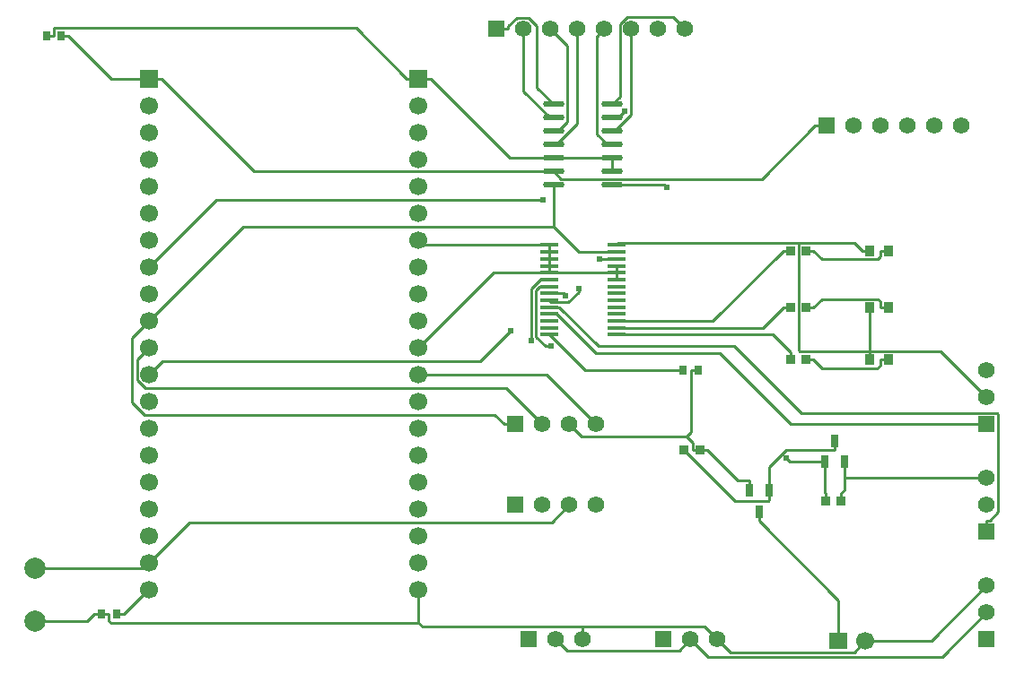
<source format=gtl>
G04 Layer: TopLayer*
G04 EasyEDA v6.5.22, 2023-03-21 19:31:51*
G04 afc67292cab7459ea135deb86c664b34,e659aa28fce94fba860684ee23aa467a,10*
G04 Gerber Generator version 0.2*
G04 Scale: 100 percent, Rotated: No, Reflected: No *
G04 Dimensions in millimeters *
G04 leading zeros omitted , absolute positions ,4 integer and 5 decimal *
%FSLAX45Y45*%
%MOMM*%

%AMMACRO1*21,1,$1,$2,0,0,$3*%
%ADD10C,0.2540*%
%ADD11R,0.8000X0.9000*%
%ADD12MACRO1,0.864X0.8065X90.0000*%
%ADD13R,0.8999X1.0000*%
%ADD14R,0.7000X1.2500*%
%ADD15O,1.8034X0.40640000000000004*%
%ADD16O,2.0379944X0.5739892*%
%ADD17MACRO1,0.864X0.8065X-90.0000*%
%ADD18C,2.0000*%
%ADD19C,1.7000*%
%ADD20R,1.7000X1.7000*%
%ADD21R,1.5748X1.5748*%
%ADD22C,1.5748*%
%ADD23R,1.7000X1.5748*%
%ADD24C,0.6100*%
%ADD25C,0.0133*%

%LPD*%
D10*
X6073091Y11772897D02*
G01*
X6073091Y12166597D01*
X6073091Y11772897D02*
G01*
X6312512Y11533477D01*
X6669991Y11533477D01*
X2260602Y10883897D02*
G01*
X3149602Y11772897D01*
X6073091Y11772897D01*
X5715002Y9905997D02*
G01*
X5608347Y9905997D01*
X2260602Y10883897D02*
G01*
X2096086Y10719381D01*
X2096086Y10111026D01*
X2212215Y9994897D01*
X5519447Y9994897D01*
X5608347Y9905997D01*
X6669991Y11468478D02*
G01*
X6506212Y11468478D01*
X6626913Y12166597D02*
G01*
X7116472Y12166597D01*
X7141263Y12141807D01*
X2260602Y10629897D02*
G01*
X2145565Y10514860D01*
X2145565Y10326469D01*
X2223086Y10248948D01*
X5626051Y10248948D01*
X5969002Y9905997D01*
X6030013Y11273482D02*
G01*
X5950409Y11273482D01*
X5863897Y11186970D01*
X5863897Y10694388D01*
X6030013Y11208484D02*
G01*
X5943094Y11208484D01*
X5908017Y11173406D01*
X5908017Y10733910D01*
X5994961Y10646966D01*
X6049926Y10646966D01*
X6030013Y11078486D02*
G01*
X6046320Y11062180D01*
X6213045Y11062180D01*
X6308956Y11158090D01*
X6308956Y11186106D01*
X8629906Y9551997D02*
G01*
X8302525Y9551997D01*
X8270394Y9584128D01*
X6188763Y11120752D02*
G01*
X6166030Y11143485D01*
X6030013Y11143485D01*
X8636866Y9253217D02*
G01*
X8629906Y9260177D01*
X8629906Y9551997D01*
X8636866Y9182097D02*
G01*
X8636866Y9253217D01*
X6626913Y12801597D02*
G01*
X6685104Y12801597D01*
X6746267Y12862760D01*
X7326530Y9792205D02*
G01*
X7368085Y9833759D01*
X7368085Y10413997D01*
X7366002Y7873997D02*
G01*
X7528511Y7711488D01*
X9743493Y7711488D01*
X10160002Y8127997D01*
X6096002Y7873997D02*
G01*
X6203800Y7766199D01*
X7258204Y7766199D01*
X7366002Y7873997D01*
X8388911Y11617144D02*
G01*
X8388911Y10601322D01*
X8396607Y10593626D01*
X9059064Y10593626D01*
X8388911Y11617144D02*
G01*
X8913218Y11617144D01*
X8986141Y11544221D01*
X6669991Y11598475D02*
G01*
X6688660Y11617144D01*
X8388911Y11617144D01*
X7402045Y10413997D02*
G01*
X7436004Y10413997D01*
X7402045Y10413997D02*
G01*
X7368085Y10413997D01*
X2260602Y8597897D02*
G01*
X2641577Y8978872D01*
X6057877Y8978872D01*
X6223002Y9143997D01*
X1181102Y8543541D02*
G01*
X2206246Y8543541D01*
X2260602Y8597897D01*
X7326530Y9792205D02*
G01*
X7385789Y9732947D01*
X7385789Y9664697D01*
X6223002Y9905997D02*
G01*
X6336794Y9792205D01*
X7326530Y9792205D01*
X1949604Y8115297D02*
G01*
X2017524Y8115297D01*
X2260602Y8343897D02*
G01*
X2246124Y8343897D01*
X2017524Y8115297D01*
X7454038Y9664697D02*
G01*
X7385789Y9664697D01*
X9059064Y10593626D02*
G01*
X9059064Y10515521D01*
X9059064Y11010821D02*
G01*
X9059064Y10593626D01*
X10160002Y10159997D02*
G01*
X9726373Y10593626D01*
X9059064Y10593626D01*
X9059064Y11544221D02*
G01*
X8986141Y11544221D01*
X7454038Y9664697D02*
G01*
X7522263Y9664697D01*
X7918706Y9282097D02*
G01*
X7918706Y9372521D01*
X7918706Y9372521D02*
G01*
X7814439Y9372521D01*
X7522263Y9664697D01*
X1809600Y8115297D02*
G01*
X1741680Y8115297D01*
X1181102Y8042653D02*
G01*
X1669036Y8042653D01*
X1741680Y8115297D01*
X4800602Y8027616D02*
G01*
X1897280Y8027616D01*
X1877519Y8047377D01*
X1877519Y8115297D01*
X6350002Y7992666D02*
G01*
X4835552Y7992666D01*
X4800602Y8027616D01*
X4800602Y8027616D02*
G01*
X4800602Y8343897D01*
X1809600Y8115297D02*
G01*
X1877519Y8115297D01*
X4800602Y13169872D02*
G01*
X4913505Y13169872D01*
X4800602Y13169872D02*
G01*
X4687674Y13169872D01*
X1288900Y13576297D02*
G01*
X1356819Y13576297D01*
X1356819Y13576297D02*
G01*
X1356819Y13644217D01*
X1362001Y13649398D01*
X4208147Y13649398D01*
X4687674Y13169872D01*
X4913505Y13169872D02*
G01*
X5662780Y12420597D01*
X6073091Y12420597D01*
X4800602Y10629897D02*
G01*
X5509186Y11338481D01*
X6030013Y11338481D01*
X6477002Y9905997D02*
G01*
X6007102Y10375897D01*
X4800602Y10375897D01*
X7620002Y7873997D02*
G01*
X7501333Y7992666D01*
X6350002Y7992666D01*
X6350002Y7992666D02*
G01*
X6350002Y7873997D01*
X9017002Y7861297D02*
G01*
X8910170Y7754465D01*
X7739534Y7754465D01*
X7620002Y7873997D01*
X10160002Y8381997D02*
G01*
X9639302Y7861297D01*
X9017002Y7861297D01*
X8819898Y9397997D02*
G01*
X8819898Y9551997D01*
X8787538Y9253217D02*
G01*
X8819898Y9285577D01*
X8819898Y9397997D01*
X8819898Y9397997D02*
G01*
X10160002Y9397997D01*
X6030013Y11598501D02*
G01*
X4847998Y11598501D01*
X4800602Y11645897D01*
X6030013Y11533502D02*
G01*
X6030013Y11598501D01*
X6030013Y11468478D02*
G01*
X6030013Y11533502D01*
X6030013Y11403479D02*
G01*
X6030013Y11468478D01*
X6030013Y11338481D02*
G01*
X6030013Y11403479D01*
X6669991Y11338481D02*
G01*
X6030013Y11338481D01*
X6669991Y11273482D02*
G01*
X6669991Y11338481D01*
X6669991Y11403479D02*
G01*
X6669991Y11338481D01*
X6626913Y12293597D02*
G01*
X6626913Y12420597D01*
X6626913Y12420597D02*
G01*
X6073091Y12420597D01*
X8787538Y9182097D02*
G01*
X8787538Y9253217D01*
X5977511Y12026897D02*
G01*
X2895602Y12026897D01*
X2260602Y11391897D01*
X5668418Y10790069D02*
G01*
X5381246Y10502897D01*
X2387602Y10502897D01*
X2260602Y10375897D01*
X6030013Y11013488D02*
G01*
X6129911Y11013488D01*
X6497017Y10646382D01*
X7779438Y10646382D01*
X8412990Y10012829D01*
X10259443Y10012829D01*
X10266834Y10005438D01*
X10266834Y9076814D01*
X10186672Y8996652D01*
X10160002Y8996652D01*
X10160002Y8889997D02*
G01*
X10160002Y8996652D01*
X7296000Y10413997D02*
G01*
X6369484Y10413997D01*
X6030013Y10753468D01*
X8648702Y12725397D02*
G01*
X8542047Y12725397D01*
X6073091Y12293597D02*
G01*
X6143246Y12223442D01*
X8040093Y12223442D01*
X8542047Y12725397D01*
X2373505Y13169872D02*
G01*
X3249780Y12293597D01*
X6073091Y12293597D01*
X1428904Y13576297D02*
G01*
X1496824Y13576297D01*
X2260602Y13169872D02*
G01*
X1903249Y13169872D01*
X1496824Y13576297D01*
X2317066Y13169872D02*
G01*
X2260602Y13169872D01*
X2317066Y13169872D02*
G01*
X2373505Y13169872D01*
X8457338Y11544297D02*
G01*
X8525563Y11544297D01*
X9229067Y11544221D02*
G01*
X9156143Y11544221D01*
X9156143Y11544221D02*
G01*
X9156143Y11489535D01*
X9132750Y11466141D01*
X8603719Y11466141D01*
X8525563Y11544297D01*
X8306666Y11544297D02*
G01*
X8238441Y11544297D01*
X6669991Y10883491D02*
G01*
X7577635Y10883491D01*
X8238441Y11544297D01*
X9229067Y11010821D02*
G01*
X9156143Y11010821D01*
X8457338Y11010897D02*
G01*
X8525563Y11010897D01*
X8525563Y11010897D02*
G01*
X8603592Y11088926D01*
X9132724Y11088926D01*
X9156143Y11065507D01*
X9156143Y11010821D01*
X8306666Y11010897D02*
G01*
X8238441Y11010897D01*
X6669991Y10818492D02*
G01*
X8046036Y10818492D01*
X8238441Y11010897D01*
X8457338Y10515597D02*
G01*
X8525563Y10515597D01*
X9229067Y10515521D02*
G01*
X9156143Y10515521D01*
X9156143Y10515521D02*
G01*
X9156143Y10460835D01*
X9126628Y10431320D01*
X8609840Y10431320D01*
X8525563Y10515597D01*
X8306666Y10515597D02*
G01*
X8306666Y10586717D01*
X8306666Y10586717D02*
G01*
X8139915Y10753468D01*
X6669991Y10753468D01*
X8724902Y9661573D02*
G01*
X8265010Y9661573D01*
X8108698Y9505261D01*
X8108698Y9372521D01*
X8108698Y9282097D02*
G01*
X8108698Y9191673D01*
X7303366Y9664697D02*
G01*
X7787134Y9180929D01*
X8097954Y9180929D01*
X8108698Y9191673D01*
X8108698Y9282097D02*
G01*
X8108698Y9372521D01*
X8724902Y9751997D02*
G01*
X8724902Y9661573D01*
X8013702Y9082097D02*
G01*
X8013702Y8991673D01*
X8013702Y8991673D02*
G01*
X8763002Y8242373D01*
X8763002Y7861297D01*
X6030013Y10948489D02*
G01*
X6103724Y10948489D01*
X6476519Y10575693D01*
X7637553Y10575693D01*
X8307250Y9905997D01*
X10160002Y9905997D01*
X5537202Y13639797D02*
G01*
X5643857Y13639797D01*
X6073091Y12928597D02*
G01*
X5918202Y13083486D01*
X5918202Y13664943D01*
X5836312Y13746833D01*
X5724222Y13746833D01*
X5643857Y13666467D01*
X5643857Y13639797D01*
X6073091Y12801597D02*
G01*
X6040579Y12801597D01*
X5791202Y13050974D01*
X5791202Y13639797D01*
X6073091Y12674597D02*
G01*
X6114874Y12674597D01*
X6205552Y12765275D01*
X6205552Y13479447D01*
X6045202Y13639797D01*
X6073091Y12547597D02*
G01*
X6103749Y12547597D01*
X6299202Y12743050D01*
X6299202Y13639797D01*
X6626913Y12547597D02*
G01*
X6578856Y12547597D01*
X6479618Y12646835D01*
X6479618Y13566213D01*
X6553202Y13639797D01*
X6626913Y12674597D02*
G01*
X6654472Y12674597D01*
X6807202Y12827327D01*
X6807202Y13639797D01*
X6626913Y12928597D02*
G01*
X6697957Y12999641D01*
X6697957Y13682621D01*
X6766867Y13751532D01*
X7203467Y13751532D01*
X7315202Y13639797D01*
D11*
G01*
X7436002Y10414000D03*
G01*
X7295997Y10414000D03*
G01*
X1949602Y8115300D03*
G01*
X1809597Y8115300D03*
G01*
X1428902Y13576300D03*
G01*
X1288897Y13576300D03*
D12*
G01*
X8457324Y11544300D03*
G01*
X8306675Y11544300D03*
G01*
X8457324Y11010900D03*
G01*
X8306675Y11010900D03*
G01*
X8457324Y10515600D03*
G01*
X8306675Y10515600D03*
G01*
X7454024Y9664700D03*
G01*
X7303375Y9664700D03*
D13*
G01*
X9229064Y11544223D03*
G01*
X9059062Y11544223D03*
G01*
X9229064Y10515523D03*
G01*
X9059062Y10515523D03*
G01*
X9229064Y11010823D03*
G01*
X9059062Y11010823D03*
D14*
G01*
X8629904Y9552000D03*
G01*
X8819895Y9552000D03*
G01*
X8724900Y9751999D03*
D15*
G01*
X6030010Y11598503D03*
G01*
X6030010Y11533504D03*
G01*
X6030010Y11468480D03*
G01*
X6030010Y11403482D03*
G01*
X6030010Y11338483D03*
G01*
X6030010Y11273485D03*
G01*
X6030010Y11208486D03*
G01*
X6030010Y11143487D03*
G01*
X6030010Y11078489D03*
G01*
X6030010Y11013490D03*
G01*
X6030010Y10948492D03*
G01*
X6030010Y10883493D03*
G01*
X6030010Y10818495D03*
G01*
X6030010Y10753470D03*
G01*
X6669989Y10753470D03*
G01*
X6669989Y10818495D03*
G01*
X6669989Y10883493D03*
G01*
X6669989Y10948492D03*
G01*
X6669989Y11013490D03*
G01*
X6669989Y11078489D03*
G01*
X6669989Y11143487D03*
G01*
X6669989Y11208486D03*
G01*
X6669989Y11273485D03*
G01*
X6669989Y11338483D03*
G01*
X6669989Y11403482D03*
G01*
X6669989Y11468480D03*
G01*
X6669989Y11533479D03*
G01*
X6669989Y11598478D03*
D16*
G01*
X6073089Y12928600D03*
G01*
X6073089Y12801600D03*
G01*
X6073089Y12674600D03*
G01*
X6073089Y12547600D03*
G01*
X6073089Y12420600D03*
G01*
X6073089Y12293600D03*
G01*
X6073089Y12166600D03*
G01*
X6626910Y12928600D03*
G01*
X6626910Y12801600D03*
G01*
X6626910Y12674600D03*
G01*
X6626910Y12547600D03*
G01*
X6626910Y12420600D03*
G01*
X6626910Y12293600D03*
G01*
X6626910Y12166600D03*
D17*
G01*
X8636875Y9182100D03*
G01*
X8787524Y9182100D03*
D14*
G01*
X8108695Y9282099D03*
G01*
X7918704Y9282099D03*
G01*
X8013700Y9082100D03*
D18*
G01*
X1181100Y8543544D03*
G01*
X1181100Y8042655D03*
D19*
G01*
X4800600Y12915900D03*
G01*
X4800600Y12661900D03*
G01*
X4800600Y12407900D03*
G01*
X4800600Y12153900D03*
G01*
X4800600Y11899900D03*
G01*
X4800600Y11645900D03*
G01*
X4800600Y11391900D03*
G01*
X4800600Y11137900D03*
G01*
X4800600Y10883900D03*
G01*
X4800600Y10629900D03*
G01*
X4800600Y10375900D03*
G01*
X4800600Y10121900D03*
G01*
X4800600Y9867900D03*
G01*
X4800600Y9613900D03*
G01*
X4800600Y9359900D03*
G01*
X2260600Y12661900D03*
G01*
X2260600Y12407900D03*
G01*
X2260600Y12153900D03*
G01*
X2260600Y11899900D03*
G01*
X2260600Y11645900D03*
G01*
X2260600Y11391900D03*
G01*
X2260600Y11137900D03*
G01*
X2260600Y10883900D03*
G01*
X2260600Y10629900D03*
G01*
X2260600Y10375900D03*
G01*
X2260600Y10121900D03*
G01*
X2260600Y9867900D03*
G01*
X2260600Y9613900D03*
G01*
X2260600Y9359900D03*
G01*
X2260600Y12915900D03*
G01*
X4800600Y9105900D03*
G01*
X4800600Y8851900D03*
D20*
G01*
X4800600Y13169874D03*
G01*
X2260600Y13169874D03*
D19*
G01*
X2260600Y9105900D03*
G01*
X2260600Y8851900D03*
G01*
X4800600Y8597900D03*
G01*
X2260600Y8597900D03*
G01*
X2260600Y8343900D03*
G01*
X4800600Y8343900D03*
D21*
G01*
X5715000Y9906000D03*
D22*
G01*
X5969000Y9906000D03*
G01*
X6223000Y9906000D03*
G01*
X6477000Y9906000D03*
D21*
G01*
X5715000Y9144000D03*
D22*
G01*
X5969000Y9144000D03*
G01*
X6223000Y9144000D03*
G01*
X6477000Y9144000D03*
D23*
G01*
X8763000Y7861300D03*
D19*
G01*
X9017000Y7861300D03*
D22*
G01*
X6350000Y7874000D03*
G01*
X6096000Y7874000D03*
D21*
G01*
X5842000Y7874000D03*
D22*
G01*
X7620000Y7874000D03*
G01*
X7366000Y7874000D03*
D21*
G01*
X7112000Y7874000D03*
D22*
G01*
X9918700Y12725400D03*
G01*
X9664700Y12725400D03*
G01*
X9410700Y12725400D03*
G01*
X9156700Y12725400D03*
G01*
X8902700Y12725400D03*
D21*
G01*
X8648700Y12725400D03*
D22*
G01*
X10160000Y8382000D03*
G01*
X10160000Y8128000D03*
D21*
G01*
X10160000Y7874000D03*
D22*
G01*
X10160000Y9398000D03*
G01*
X10160000Y9144000D03*
D21*
G01*
X10160000Y8890000D03*
D22*
G01*
X10160000Y10414000D03*
G01*
X10160000Y10160000D03*
D21*
G01*
X10160000Y9906000D03*
G01*
X5537200Y13639800D03*
D22*
G01*
X5791200Y13639800D03*
G01*
X6045200Y13639800D03*
G01*
X6299200Y13639800D03*
G01*
X6553200Y13639800D03*
G01*
X6807200Y13639800D03*
G01*
X7061200Y13639800D03*
G01*
X7315200Y13639800D03*
D24*
G01*
X6506209Y11468480D03*
G01*
X7141260Y12141809D03*
G01*
X5863894Y10694390D03*
G01*
X6049924Y10646968D03*
G01*
X6308953Y11186109D03*
G01*
X6188760Y11120754D03*
G01*
X8270392Y9584131D03*
G01*
X6746265Y12862763D03*
G01*
X5977509Y12026900D03*
G01*
X5668416Y10790072D03*
M02*

</source>
